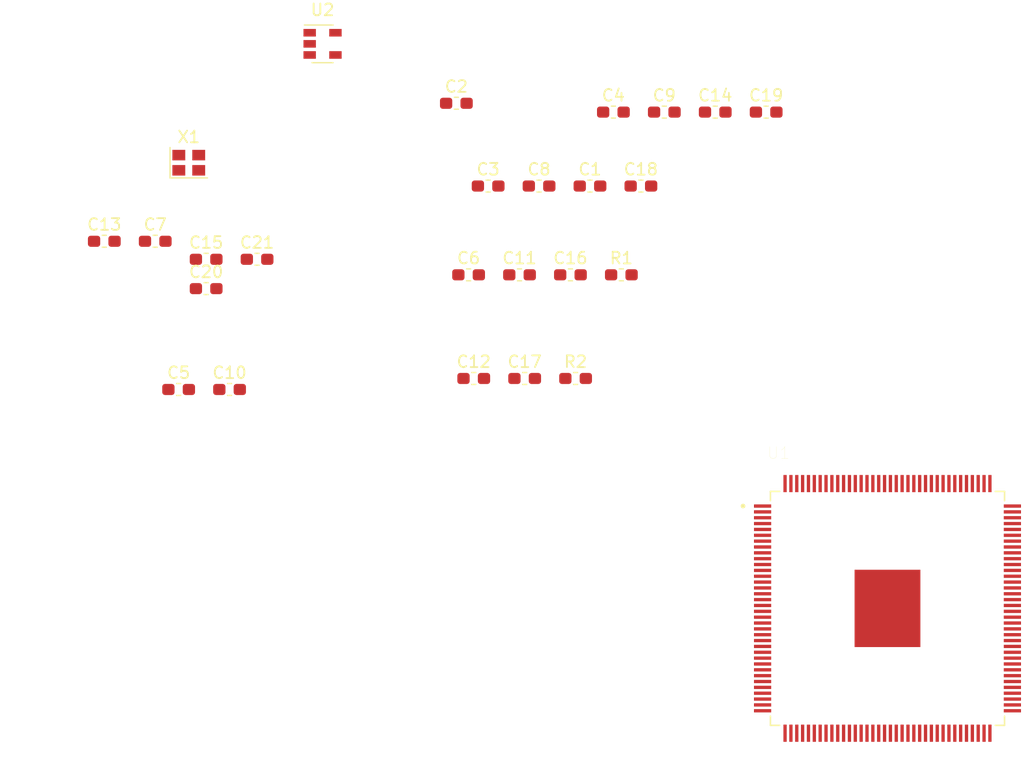
<source format=kicad_pcb>
(kicad_pcb (version 20171130) (host pcbnew 5.1.5+dfsg1-2build2)

  (general
    (thickness 1.6)
    (drawings 0)
    (tracks 0)
    (zones 0)
    (modules 26)
    (nets 26)
  )

  (page A4)
  (layers
    (0 F.Cu signal)
    (31 B.Cu signal)
    (32 B.Adhes user)
    (33 F.Adhes user)
    (34 B.Paste user)
    (35 F.Paste user)
    (36 B.SilkS user)
    (37 F.SilkS user)
    (38 B.Mask user)
    (39 F.Mask user)
    (40 Dwgs.User user)
    (41 Cmts.User user)
    (42 Eco1.User user)
    (43 Eco2.User user)
    (44 Edge.Cuts user)
    (45 Margin user)
    (46 B.CrtYd user)
    (47 F.CrtYd user)
    (48 B.Fab user)
    (49 F.Fab user)
  )

  (setup
    (last_trace_width 0.25)
    (trace_clearance 0.2)
    (zone_clearance 0.508)
    (zone_45_only no)
    (trace_min 0.2)
    (via_size 0.8)
    (via_drill 0.4)
    (via_min_size 0.4)
    (via_min_drill 0.3)
    (uvia_size 0.3)
    (uvia_drill 0.1)
    (uvias_allowed no)
    (uvia_min_size 0.2)
    (uvia_min_drill 0.1)
    (edge_width 0.05)
    (segment_width 0.2)
    (pcb_text_width 0.3)
    (pcb_text_size 1.5 1.5)
    (mod_edge_width 0.12)
    (mod_text_size 1 1)
    (mod_text_width 0.15)
    (pad_size 1.524 1.524)
    (pad_drill 0.762)
    (pad_to_mask_clearance 0.051)
    (solder_mask_min_width 0.25)
    (aux_axis_origin 0 0)
    (visible_elements FFFFFF7F)
    (pcbplotparams
      (layerselection 0x010fc_ffffffff)
      (usegerberextensions false)
      (usegerberattributes false)
      (usegerberadvancedattributes false)
      (creategerberjobfile false)
      (excludeedgelayer true)
      (linewidth 0.100000)
      (plotframeref false)
      (viasonmask false)
      (mode 1)
      (useauxorigin false)
      (hpglpennumber 1)
      (hpglpenspeed 20)
      (hpglpendiameter 15.000000)
      (psnegative false)
      (psa4output false)
      (plotreference true)
      (plotvalue true)
      (plotinvisibletext false)
      (padsonsilk false)
      (subtractmaskfromsilk false)
      (outputformat 1)
      (mirror false)
      (drillshape 1)
      (scaleselection 1)
      (outputdirectory ""))
  )

  (net 0 "")
  (net 1 "Net-(U1-Pad55)")
  (net 2 "Net-(U1-Pad53)")
  (net 3 "Net-(U1-Pad52)")
  (net 4 "Net-(U1-Pad51)")
  (net 5 "Net-(U1-Pad50)")
  (net 6 /DOUT9)
  (net 7 /DOUT7)
  (net 8 /DOUT8)
  (net 9 /DOUT6)
  (net 10 /DOUT5)
  (net 11 /DOUT4)
  (net 12 /DOUT3)
  (net 13 /DOU2)
  (net 14 /DOUT1)
  (net 15 +1V8)
  (net 16 GND)
  (net 17 "Net-(L2-Pad2)")
  (net 18 +5V)
  (net 19 "Net-(R2-Pad1)")
  (net 20 /CLK_PLL)
  (net 21 +3V3)
  (net 22 /VDD_PIX)
  (net 23 /VREF_BOTPLATE)
  (net 24 /VDD_PIX_3V3)
  (net 25 "Net-(R1-Pad1)")

  (net_class Default "This is the default net class."
    (clearance 0.2)
    (trace_width 0.25)
    (via_dia 0.8)
    (via_drill 0.4)
    (uvia_dia 0.3)
    (uvia_drill 0.1)
    (add_net +1V8)
    (add_net +3V3)
    (add_net +5V)
    (add_net /CLK_PLL)
    (add_net /DOU2)
    (add_net /DOUT1)
    (add_net /DOUT3)
    (add_net /DOUT4)
    (add_net /DOUT5)
    (add_net /DOUT6)
    (add_net /DOUT7)
    (add_net /DOUT8)
    (add_net /DOUT9)
    (add_net /VDD_PIX)
    (add_net /VDD_PIX_3V3)
    (add_net /VREF_BOTPLATE)
    (add_net GND)
    (add_net "Net-(L2-Pad2)")
    (add_net "Net-(R1-Pad1)")
    (add_net "Net-(R2-Pad1)")
    (add_net "Net-(U1-Pad50)")
    (add_net "Net-(U1-Pad51)")
    (add_net "Net-(U1-Pad52)")
    (add_net "Net-(U1-Pad53)")
    (add_net "Net-(U1-Pad55)")
  )

  (module 10M50SCE144:QFP50P2200X2200X165-145N (layer F.Cu) (tedit 60708FCB) (tstamp 6079DD87)
    (at 100.33 76.2)
    (path /607B5417)
    (fp_text reference U1 (at -9.295 -13.29) (layer F.SilkS)
      (effects (font (size 1 1) (thickness 0.015)))
    )
    (fp_text value 10M50SCE144C8G (at 2.77 13.29) (layer F.Fab)
      (effects (font (size 1 1) (thickness 0.015)))
    )
    (fp_line (start 11.655 11.655) (end 11.655 -11.655) (layer F.CrtYd) (width 0.05))
    (fp_line (start -11.655 11.655) (end -11.655 -11.655) (layer F.CrtYd) (width 0.05))
    (fp_line (start -11.655 -11.655) (end 11.655 -11.655) (layer F.CrtYd) (width 0.05))
    (fp_line (start -11.655 11.655) (end 11.655 11.655) (layer F.CrtYd) (width 0.05))
    (fp_line (start -10 -10) (end -10 -9.21) (layer F.SilkS) (width 0.127))
    (fp_line (start -10 10) (end -10 9.21) (layer F.SilkS) (width 0.127))
    (fp_line (start 10 -10) (end 10 -9.21) (layer F.SilkS) (width 0.127))
    (fp_line (start 10 10) (end 10 9.21) (layer F.SilkS) (width 0.127))
    (fp_line (start -10 -10) (end -9.21 -10) (layer F.SilkS) (width 0.127))
    (fp_line (start -10 10) (end -9.21 10) (layer F.SilkS) (width 0.127))
    (fp_line (start 10 -10) (end 9.21 -10) (layer F.SilkS) (width 0.127))
    (fp_line (start 10 10) (end 9.21 10) (layer F.SilkS) (width 0.127))
    (fp_line (start -10 10) (end -10 -10) (layer F.Fab) (width 0.127))
    (fp_line (start 10 10) (end 10 -10) (layer F.Fab) (width 0.127))
    (fp_line (start 10 -10) (end -10 -10) (layer F.Fab) (width 0.127))
    (fp_line (start 10 10) (end -10 10) (layer F.Fab) (width 0.127))
    (fp_circle (center -12.34 -8.75) (end -12.24 -8.75) (layer F.Fab) (width 0.2))
    (fp_circle (center -12.34 -8.75) (end -12.24 -8.75) (layer F.SilkS) (width 0.2))
    (fp_poly (pts (xy 0.5175 0.61) (xy 2.2975 0.61) (xy 2.2975 2.71) (xy 0.5175 2.71)) (layer F.Paste) (width 0.01))
    (fp_poly (pts (xy -2.2925 0.61) (xy -0.5125 0.61) (xy -0.5125 2.71) (xy -2.2925 2.71)) (layer F.Paste) (width 0.01))
    (fp_poly (pts (xy 0.5175 -2.7) (xy 2.2975 -2.7) (xy 2.2975 -0.6) (xy 0.5175 -0.6)) (layer F.Paste) (width 0.01))
    (fp_poly (pts (xy -2.2925 -2.7) (xy -0.5125 -2.7) (xy -0.5125 -0.6) (xy -2.2925 -0.6)) (layer F.Paste) (width 0.01))
    (pad 145 smd rect (at 0 0) (size 5.62 6.61) (layers F.Cu F.Mask))
    (pad 108 smd rect (at 10.67 -8.75) (size 1.47 0.28) (layers F.Cu F.Paste F.Mask))
    (pad 107 smd rect (at 10.67 -8.25) (size 1.47 0.28) (layers F.Cu F.Paste F.Mask))
    (pad 106 smd rect (at 10.67 -7.75) (size 1.47 0.28) (layers F.Cu F.Paste F.Mask))
    (pad 105 smd rect (at 10.67 -7.25) (size 1.47 0.28) (layers F.Cu F.Paste F.Mask))
    (pad 104 smd rect (at 10.67 -6.75) (size 1.47 0.28) (layers F.Cu F.Paste F.Mask))
    (pad 103 smd rect (at 10.67 -6.25) (size 1.47 0.28) (layers F.Cu F.Paste F.Mask))
    (pad 102 smd rect (at 10.67 -5.75) (size 1.47 0.28) (layers F.Cu F.Paste F.Mask))
    (pad 101 smd rect (at 10.67 -5.25) (size 1.47 0.28) (layers F.Cu F.Paste F.Mask))
    (pad 100 smd rect (at 10.67 -4.75) (size 1.47 0.28) (layers F.Cu F.Paste F.Mask))
    (pad 99 smd rect (at 10.67 -4.25) (size 1.47 0.28) (layers F.Cu F.Paste F.Mask))
    (pad 98 smd rect (at 10.67 -3.75) (size 1.47 0.28) (layers F.Cu F.Paste F.Mask))
    (pad 97 smd rect (at 10.67 -3.25) (size 1.47 0.28) (layers F.Cu F.Paste F.Mask))
    (pad 96 smd rect (at 10.67 -2.75) (size 1.47 0.28) (layers F.Cu F.Paste F.Mask))
    (pad 95 smd rect (at 10.67 -2.25) (size 1.47 0.28) (layers F.Cu F.Paste F.Mask))
    (pad 94 smd rect (at 10.67 -1.75) (size 1.47 0.28) (layers F.Cu F.Paste F.Mask))
    (pad 93 smd rect (at 10.67 -1.25) (size 1.47 0.28) (layers F.Cu F.Paste F.Mask))
    (pad 92 smd rect (at 10.67 -0.75) (size 1.47 0.28) (layers F.Cu F.Paste F.Mask))
    (pad 91 smd rect (at 10.67 -0.25) (size 1.47 0.28) (layers F.Cu F.Paste F.Mask))
    (pad 90 smd rect (at 10.67 0.25) (size 1.47 0.28) (layers F.Cu F.Paste F.Mask))
    (pad 89 smd rect (at 10.67 0.75) (size 1.47 0.28) (layers F.Cu F.Paste F.Mask))
    (pad 88 smd rect (at 10.67 1.25) (size 1.47 0.28) (layers F.Cu F.Paste F.Mask))
    (pad 87 smd rect (at 10.67 1.75) (size 1.47 0.28) (layers F.Cu F.Paste F.Mask))
    (pad 86 smd rect (at 10.67 2.25) (size 1.47 0.28) (layers F.Cu F.Paste F.Mask))
    (pad 85 smd rect (at 10.67 2.75) (size 1.47 0.28) (layers F.Cu F.Paste F.Mask))
    (pad 84 smd rect (at 10.67 3.25) (size 1.47 0.28) (layers F.Cu F.Paste F.Mask))
    (pad 83 smd rect (at 10.67 3.75) (size 1.47 0.28) (layers F.Cu F.Paste F.Mask))
    (pad 82 smd rect (at 10.67 4.25) (size 1.47 0.28) (layers F.Cu F.Paste F.Mask))
    (pad 81 smd rect (at 10.67 4.75) (size 1.47 0.28) (layers F.Cu F.Paste F.Mask))
    (pad 80 smd rect (at 10.67 5.25) (size 1.47 0.28) (layers F.Cu F.Paste F.Mask))
    (pad 79 smd rect (at 10.67 5.75) (size 1.47 0.28) (layers F.Cu F.Paste F.Mask))
    (pad 78 smd rect (at 10.67 6.25) (size 1.47 0.28) (layers F.Cu F.Paste F.Mask))
    (pad 77 smd rect (at 10.67 6.75) (size 1.47 0.28) (layers F.Cu F.Paste F.Mask))
    (pad 76 smd rect (at 10.67 7.25) (size 1.47 0.28) (layers F.Cu F.Paste F.Mask))
    (pad 75 smd rect (at 10.67 7.75) (size 1.47 0.28) (layers F.Cu F.Paste F.Mask))
    (pad 74 smd rect (at 10.67 8.25) (size 1.47 0.28) (layers F.Cu F.Paste F.Mask))
    (pad 73 smd rect (at 10.67 8.75) (size 1.47 0.28) (layers F.Cu F.Paste F.Mask))
    (pad 36 smd rect (at -10.67 8.75) (size 1.47 0.28) (layers F.Cu F.Paste F.Mask))
    (pad 35 smd rect (at -10.67 8.25) (size 1.47 0.28) (layers F.Cu F.Paste F.Mask))
    (pad 34 smd rect (at -10.67 7.75) (size 1.47 0.28) (layers F.Cu F.Paste F.Mask))
    (pad 33 smd rect (at -10.67 7.25) (size 1.47 0.28) (layers F.Cu F.Paste F.Mask))
    (pad 32 smd rect (at -10.67 6.75) (size 1.47 0.28) (layers F.Cu F.Paste F.Mask))
    (pad 31 smd rect (at -10.67 6.25) (size 1.47 0.28) (layers F.Cu F.Paste F.Mask))
    (pad 30 smd rect (at -10.67 5.75) (size 1.47 0.28) (layers F.Cu F.Paste F.Mask))
    (pad 29 smd rect (at -10.67 5.25) (size 1.47 0.28) (layers F.Cu F.Paste F.Mask))
    (pad 28 smd rect (at -10.67 4.75) (size 1.47 0.28) (layers F.Cu F.Paste F.Mask))
    (pad 27 smd rect (at -10.67 4.25) (size 1.47 0.28) (layers F.Cu F.Paste F.Mask))
    (pad 26 smd rect (at -10.67 3.75) (size 1.47 0.28) (layers F.Cu F.Paste F.Mask))
    (pad 25 smd rect (at -10.67 3.25) (size 1.47 0.28) (layers F.Cu F.Paste F.Mask))
    (pad 24 smd rect (at -10.67 2.75) (size 1.47 0.28) (layers F.Cu F.Paste F.Mask))
    (pad 23 smd rect (at -10.67 2.25) (size 1.47 0.28) (layers F.Cu F.Paste F.Mask))
    (pad 22 smd rect (at -10.67 1.75) (size 1.47 0.28) (layers F.Cu F.Paste F.Mask))
    (pad 21 smd rect (at -10.67 1.25) (size 1.47 0.28) (layers F.Cu F.Paste F.Mask))
    (pad 20 smd rect (at -10.67 0.75) (size 1.47 0.28) (layers F.Cu F.Paste F.Mask))
    (pad 19 smd rect (at -10.67 0.25) (size 1.47 0.28) (layers F.Cu F.Paste F.Mask))
    (pad 18 smd rect (at -10.67 -0.25) (size 1.47 0.28) (layers F.Cu F.Paste F.Mask))
    (pad 17 smd rect (at -10.67 -0.75) (size 1.47 0.28) (layers F.Cu F.Paste F.Mask))
    (pad 16 smd rect (at -10.67 -1.25) (size 1.47 0.28) (layers F.Cu F.Paste F.Mask))
    (pad 15 smd rect (at -10.67 -1.75) (size 1.47 0.28) (layers F.Cu F.Paste F.Mask))
    (pad 14 smd rect (at -10.67 -2.25) (size 1.47 0.28) (layers F.Cu F.Paste F.Mask))
    (pad 13 smd rect (at -10.67 -2.75) (size 1.47 0.28) (layers F.Cu F.Paste F.Mask))
    (pad 12 smd rect (at -10.67 -3.25) (size 1.47 0.28) (layers F.Cu F.Paste F.Mask))
    (pad 11 smd rect (at -10.67 -3.75) (size 1.47 0.28) (layers F.Cu F.Paste F.Mask))
    (pad 10 smd rect (at -10.67 -4.25) (size 1.47 0.28) (layers F.Cu F.Paste F.Mask))
    (pad 9 smd rect (at -10.67 -4.75) (size 1.47 0.28) (layers F.Cu F.Paste F.Mask))
    (pad 8 smd rect (at -10.67 -5.25) (size 1.47 0.28) (layers F.Cu F.Paste F.Mask))
    (pad 7 smd rect (at -10.67 -5.75) (size 1.47 0.28) (layers F.Cu F.Paste F.Mask))
    (pad 6 smd rect (at -10.67 -6.25) (size 1.47 0.28) (layers F.Cu F.Paste F.Mask))
    (pad 5 smd rect (at -10.67 -6.75) (size 1.47 0.28) (layers F.Cu F.Paste F.Mask))
    (pad 4 smd rect (at -10.67 -7.25) (size 1.47 0.28) (layers F.Cu F.Paste F.Mask))
    (pad 3 smd rect (at -10.67 -7.75) (size 1.47 0.28) (layers F.Cu F.Paste F.Mask))
    (pad 2 smd rect (at -10.67 -8.25) (size 1.47 0.28) (layers F.Cu F.Paste F.Mask))
    (pad 1 smd rect (at -10.67 -8.75) (size 1.47 0.28) (layers F.Cu F.Paste F.Mask))
    (pad 144 smd rect (at -8.75 -10.67) (size 0.28 1.47) (layers F.Cu F.Paste F.Mask))
    (pad 143 smd rect (at -8.25 -10.67) (size 0.28 1.47) (layers F.Cu F.Paste F.Mask))
    (pad 142 smd rect (at -7.75 -10.67) (size 0.28 1.47) (layers F.Cu F.Paste F.Mask))
    (pad 141 smd rect (at -7.25 -10.67) (size 0.28 1.47) (layers F.Cu F.Paste F.Mask))
    (pad 140 smd rect (at -6.75 -10.67) (size 0.28 1.47) (layers F.Cu F.Paste F.Mask))
    (pad 139 smd rect (at -6.25 -10.67) (size 0.28 1.47) (layers F.Cu F.Paste F.Mask))
    (pad 138 smd rect (at -5.75 -10.67) (size 0.28 1.47) (layers F.Cu F.Paste F.Mask))
    (pad 137 smd rect (at -5.25 -10.67) (size 0.28 1.47) (layers F.Cu F.Paste F.Mask))
    (pad 136 smd rect (at -4.75 -10.67) (size 0.28 1.47) (layers F.Cu F.Paste F.Mask))
    (pad 135 smd rect (at -4.25 -10.67) (size 0.28 1.47) (layers F.Cu F.Paste F.Mask))
    (pad 134 smd rect (at -3.75 -10.67) (size 0.28 1.47) (layers F.Cu F.Paste F.Mask))
    (pad 133 smd rect (at -3.25 -10.67) (size 0.28 1.47) (layers F.Cu F.Paste F.Mask))
    (pad 132 smd rect (at -2.75 -10.67) (size 0.28 1.47) (layers F.Cu F.Paste F.Mask))
    (pad 131 smd rect (at -2.25 -10.67) (size 0.28 1.47) (layers F.Cu F.Paste F.Mask))
    (pad 130 smd rect (at -1.75 -10.67) (size 0.28 1.47) (layers F.Cu F.Paste F.Mask))
    (pad 129 smd rect (at -1.25 -10.67) (size 0.28 1.47) (layers F.Cu F.Paste F.Mask))
    (pad 128 smd rect (at -0.75 -10.67) (size 0.28 1.47) (layers F.Cu F.Paste F.Mask))
    (pad 127 smd rect (at -0.25 -10.67) (size 0.28 1.47) (layers F.Cu F.Paste F.Mask))
    (pad 126 smd rect (at 0.25 -10.67) (size 0.28 1.47) (layers F.Cu F.Paste F.Mask))
    (pad 125 smd rect (at 0.75 -10.67) (size 0.28 1.47) (layers F.Cu F.Paste F.Mask))
    (pad 124 smd rect (at 1.25 -10.67) (size 0.28 1.47) (layers F.Cu F.Paste F.Mask))
    (pad 123 smd rect (at 1.75 -10.67) (size 0.28 1.47) (layers F.Cu F.Paste F.Mask))
    (pad 122 smd rect (at 2.25 -10.67) (size 0.28 1.47) (layers F.Cu F.Paste F.Mask))
    (pad 121 smd rect (at 2.75 -10.67) (size 0.28 1.47) (layers F.Cu F.Paste F.Mask))
    (pad 120 smd rect (at 3.25 -10.67) (size 0.28 1.47) (layers F.Cu F.Paste F.Mask))
    (pad 119 smd rect (at 3.75 -10.67) (size 0.28 1.47) (layers F.Cu F.Paste F.Mask))
    (pad 118 smd rect (at 4.25 -10.67) (size 0.28 1.47) (layers F.Cu F.Paste F.Mask))
    (pad 117 smd rect (at 4.75 -10.67) (size 0.28 1.47) (layers F.Cu F.Paste F.Mask))
    (pad 116 smd rect (at 5.25 -10.67) (size 0.28 1.47) (layers F.Cu F.Paste F.Mask))
    (pad 115 smd rect (at 5.75 -10.67) (size 0.28 1.47) (layers F.Cu F.Paste F.Mask))
    (pad 114 smd rect (at 6.25 -10.67) (size 0.28 1.47) (layers F.Cu F.Paste F.Mask))
    (pad 113 smd rect (at 6.75 -10.67) (size 0.28 1.47) (layers F.Cu F.Paste F.Mask))
    (pad 112 smd rect (at 7.25 -10.67) (size 0.28 1.47) (layers F.Cu F.Paste F.Mask))
    (pad 111 smd rect (at 7.75 -10.67) (size 0.28 1.47) (layers F.Cu F.Paste F.Mask))
    (pad 110 smd rect (at 8.25 -10.67) (size 0.28 1.47) (layers F.Cu F.Paste F.Mask))
    (pad 109 smd rect (at 8.75 -10.67) (size 0.28 1.47) (layers F.Cu F.Paste F.Mask))
    (pad 72 smd rect (at 8.75 10.67) (size 0.28 1.47) (layers F.Cu F.Paste F.Mask))
    (pad 71 smd rect (at 8.25 10.67) (size 0.28 1.47) (layers F.Cu F.Paste F.Mask))
    (pad 70 smd rect (at 7.75 10.67) (size 0.28 1.47) (layers F.Cu F.Paste F.Mask))
    (pad 69 smd rect (at 7.25 10.67) (size 0.28 1.47) (layers F.Cu F.Paste F.Mask))
    (pad 68 smd rect (at 6.75 10.67) (size 0.28 1.47) (layers F.Cu F.Paste F.Mask))
    (pad 67 smd rect (at 6.25 10.67) (size 0.28 1.47) (layers F.Cu F.Paste F.Mask))
    (pad 66 smd rect (at 5.75 10.67) (size 0.28 1.47) (layers F.Cu F.Paste F.Mask))
    (pad 65 smd rect (at 5.25 10.67) (size 0.28 1.47) (layers F.Cu F.Paste F.Mask))
    (pad 64 smd rect (at 4.75 10.67) (size 0.28 1.47) (layers F.Cu F.Paste F.Mask))
    (pad 63 smd rect (at 4.25 10.67) (size 0.28 1.47) (layers F.Cu F.Paste F.Mask))
    (pad 62 smd rect (at 3.75 10.67) (size 0.28 1.47) (layers F.Cu F.Paste F.Mask))
    (pad 61 smd rect (at 3.25 10.67) (size 0.28 1.47) (layers F.Cu F.Paste F.Mask))
    (pad 60 smd rect (at 2.75 10.67) (size 0.28 1.47) (layers F.Cu F.Paste F.Mask))
    (pad 59 smd rect (at 2.25 10.67) (size 0.28 1.47) (layers F.Cu F.Paste F.Mask))
    (pad 58 smd rect (at 1.75 10.67) (size 0.28 1.47) (layers F.Cu F.Paste F.Mask))
    (pad 57 smd rect (at 1.25 10.67) (size 0.28 1.47) (layers F.Cu F.Paste F.Mask))
    (pad 56 smd rect (at 0.75 10.67) (size 0.28 1.47) (layers F.Cu F.Paste F.Mask))
    (pad 55 smd rect (at 0.25 10.67) (size 0.28 1.47) (layers F.Cu F.Paste F.Mask)
      (net 1 "Net-(U1-Pad55)"))
    (pad 54 smd rect (at -0.25 10.67) (size 0.28 1.47) (layers F.Cu F.Paste F.Mask))
    (pad 53 smd rect (at -0.75 10.67) (size 0.28 1.47) (layers F.Cu F.Paste F.Mask)
      (net 2 "Net-(U1-Pad53)"))
    (pad 52 smd rect (at -1.25 10.67) (size 0.28 1.47) (layers F.Cu F.Paste F.Mask)
      (net 3 "Net-(U1-Pad52)"))
    (pad 51 smd rect (at -1.75 10.67) (size 0.28 1.47) (layers F.Cu F.Paste F.Mask)
      (net 4 "Net-(U1-Pad51)"))
    (pad 50 smd rect (at -2.25 10.67) (size 0.28 1.47) (layers F.Cu F.Paste F.Mask)
      (net 5 "Net-(U1-Pad50)"))
    (pad 49 smd rect (at -2.75 10.67) (size 0.28 1.47) (layers F.Cu F.Paste F.Mask)
      (net 6 /DOUT9))
    (pad 48 smd rect (at -3.25 10.67) (size 0.28 1.47) (layers F.Cu F.Paste F.Mask))
    (pad 47 smd rect (at -3.75 10.67) (size 0.28 1.47) (layers F.Cu F.Paste F.Mask))
    (pad 46 smd rect (at -4.25 10.67) (size 0.28 1.47) (layers F.Cu F.Paste F.Mask)
      (net 7 /DOUT7))
    (pad 45 smd rect (at -4.75 10.67) (size 0.28 1.47) (layers F.Cu F.Paste F.Mask))
    (pad 44 smd rect (at -5.25 10.67) (size 0.28 1.47) (layers F.Cu F.Paste F.Mask)
      (net 8 /DOUT8))
    (pad 43 smd rect (at -5.75 10.67) (size 0.28 1.47) (layers F.Cu F.Paste F.Mask)
      (net 9 /DOUT6))
    (pad 42 smd rect (at -6.25 10.67) (size 0.28 1.47) (layers F.Cu F.Paste F.Mask)
      (net 10 /DOUT5))
    (pad 41 smd rect (at -6.75 10.67) (size 0.28 1.47) (layers F.Cu F.Paste F.Mask)
      (net 11 /DOUT4))
    (pad 40 smd rect (at -7.25 10.67) (size 0.28 1.47) (layers F.Cu F.Paste F.Mask)
      (net 12 /DOUT3))
    (pad 39 smd rect (at -7.75 10.67) (size 0.28 1.47) (layers F.Cu F.Paste F.Mask)
      (net 13 /DOU2))
    (pad 38 smd rect (at -8.25 10.67) (size 0.28 1.47) (layers F.Cu F.Paste F.Mask)
      (net 14 /DOUT1))
    (pad 37 smd rect (at -8.75 10.67) (size 0.28 1.47) (layers F.Cu F.Paste F.Mask))
  )

  (module Capacitor_SMD:C_0603_1608Metric_Pad1.05x0.95mm_HandSolder (layer F.Cu) (tedit 5B301BBE) (tstamp 607A3AC1)
    (at 74.915001 40.095001)
    (descr "Capacitor SMD 0603 (1608 Metric), square (rectangular) end terminal, IPC_7351 nominal with elongated pad for handsoldering. (Body size source: http://www.tortai-tech.com/upload/download/2011102023233369053.pdf), generated with kicad-footprint-generator")
    (tags "capacitor handsolder")
    (path /604EB512)
    (attr smd)
    (fp_text reference C1 (at 0 -1.43) (layer F.SilkS)
      (effects (font (size 1 1) (thickness 0.15)))
    )
    (fp_text value GRM033R61A104ME15D (at 0 1.43) (layer F.Fab)
      (effects (font (size 1 1) (thickness 0.15)))
    )
    (fp_text user %R (at 0 0) (layer F.Fab)
      (effects (font (size 0.4 0.4) (thickness 0.06)))
    )
    (fp_line (start 1.65 0.73) (end -1.65 0.73) (layer F.CrtYd) (width 0.05))
    (fp_line (start 1.65 -0.73) (end 1.65 0.73) (layer F.CrtYd) (width 0.05))
    (fp_line (start -1.65 -0.73) (end 1.65 -0.73) (layer F.CrtYd) (width 0.05))
    (fp_line (start -1.65 0.73) (end -1.65 -0.73) (layer F.CrtYd) (width 0.05))
    (fp_line (start -0.171267 0.51) (end 0.171267 0.51) (layer F.SilkS) (width 0.12))
    (fp_line (start -0.171267 -0.51) (end 0.171267 -0.51) (layer F.SilkS) (width 0.12))
    (fp_line (start 0.8 0.4) (end -0.8 0.4) (layer F.Fab) (width 0.1))
    (fp_line (start 0.8 -0.4) (end 0.8 0.4) (layer F.Fab) (width 0.1))
    (fp_line (start -0.8 -0.4) (end 0.8 -0.4) (layer F.Fab) (width 0.1))
    (fp_line (start -0.8 0.4) (end -0.8 -0.4) (layer F.Fab) (width 0.1))
    (pad 2 smd roundrect (at 0.875 0) (size 1.05 0.95) (layers F.Cu F.Paste F.Mask) (roundrect_rratio 0.25)
      (net 16 GND))
    (pad 1 smd roundrect (at -0.875 0) (size 1.05 0.95) (layers F.Cu F.Paste F.Mask) (roundrect_rratio 0.25)
      (net 21 +3V3))
    (model ${KISYS3DMOD}/Capacitor_SMD.3dshapes/C_0603_1608Metric.wrl
      (at (xyz 0 0 0))
      (scale (xyz 1 1 1))
      (rotate (xyz 0 0 0))
    )
  )

  (module Capacitor_SMD:C_0603_1608Metric_Pad1.05x0.95mm_HandSolder (layer F.Cu) (tedit 5B301BBE) (tstamp 607A3AD2)
    (at 63.5 33.02)
    (descr "Capacitor SMD 0603 (1608 Metric), square (rectangular) end terminal, IPC_7351 nominal with elongated pad for handsoldering. (Body size source: http://www.tortai-tech.com/upload/download/2011102023233369053.pdf), generated with kicad-footprint-generator")
    (tags "capacitor handsolder")
    (path /604EBB1C)
    (attr smd)
    (fp_text reference C2 (at 0 -1.43) (layer F.SilkS)
      (effects (font (size 1 1) (thickness 0.15)))
    )
    (fp_text value GRM033R61A104ME15D (at 0 1.43) (layer F.Fab)
      (effects (font (size 1 1) (thickness 0.15)))
    )
    (fp_line (start -0.8 0.4) (end -0.8 -0.4) (layer F.Fab) (width 0.1))
    (fp_line (start -0.8 -0.4) (end 0.8 -0.4) (layer F.Fab) (width 0.1))
    (fp_line (start 0.8 -0.4) (end 0.8 0.4) (layer F.Fab) (width 0.1))
    (fp_line (start 0.8 0.4) (end -0.8 0.4) (layer F.Fab) (width 0.1))
    (fp_line (start -0.171267 -0.51) (end 0.171267 -0.51) (layer F.SilkS) (width 0.12))
    (fp_line (start -0.171267 0.51) (end 0.171267 0.51) (layer F.SilkS) (width 0.12))
    (fp_line (start -1.65 0.73) (end -1.65 -0.73) (layer F.CrtYd) (width 0.05))
    (fp_line (start -1.65 -0.73) (end 1.65 -0.73) (layer F.CrtYd) (width 0.05))
    (fp_line (start 1.65 -0.73) (end 1.65 0.73) (layer F.CrtYd) (width 0.05))
    (fp_line (start 1.65 0.73) (end -1.65 0.73) (layer F.CrtYd) (width 0.05))
    (fp_text user %R (at 0 0) (layer F.Fab)
      (effects (font (size 0.4 0.4) (thickness 0.06)))
    )
    (pad 1 smd roundrect (at -0.875 0) (size 1.05 0.95) (layers F.Cu F.Paste F.Mask) (roundrect_rratio 0.25)
      (net 21 +3V3))
    (pad 2 smd roundrect (at 0.875 0) (size 1.05 0.95) (layers F.Cu F.Paste F.Mask) (roundrect_rratio 0.25)
      (net 16 GND))
    (model ${KISYS3DMOD}/Capacitor_SMD.3dshapes/C_0603_1608Metric.wrl
      (at (xyz 0 0 0))
      (scale (xyz 1 1 1))
      (rotate (xyz 0 0 0))
    )
  )

  (module Capacitor_SMD:C_0603_1608Metric_Pad1.05x0.95mm_HandSolder (layer F.Cu) (tedit 5B301BBE) (tstamp 607A3AE3)
    (at 66.215001 40.095001)
    (descr "Capacitor SMD 0603 (1608 Metric), square (rectangular) end terminal, IPC_7351 nominal with elongated pad for handsoldering. (Body size source: http://www.tortai-tech.com/upload/download/2011102023233369053.pdf), generated with kicad-footprint-generator")
    (tags "capacitor handsolder")
    (path /604EC155)
    (attr smd)
    (fp_text reference C3 (at 0 -1.43) (layer F.SilkS)
      (effects (font (size 1 1) (thickness 0.15)))
    )
    (fp_text value GRM033R61A104ME15D (at 0 1.43) (layer F.Fab)
      (effects (font (size 1 1) (thickness 0.15)))
    )
    (fp_text user %R (at 0 0) (layer F.Fab)
      (effects (font (size 0.4 0.4) (thickness 0.06)))
    )
    (fp_line (start 1.65 0.73) (end -1.65 0.73) (layer F.CrtYd) (width 0.05))
    (fp_line (start 1.65 -0.73) (end 1.65 0.73) (layer F.CrtYd) (width 0.05))
    (fp_line (start -1.65 -0.73) (end 1.65 -0.73) (layer F.CrtYd) (width 0.05))
    (fp_line (start -1.65 0.73) (end -1.65 -0.73) (layer F.CrtYd) (width 0.05))
    (fp_line (start -0.171267 0.51) (end 0.171267 0.51) (layer F.SilkS) (width 0.12))
    (fp_line (start -0.171267 -0.51) (end 0.171267 -0.51) (layer F.SilkS) (width 0.12))
    (fp_line (start 0.8 0.4) (end -0.8 0.4) (layer F.Fab) (width 0.1))
    (fp_line (start 0.8 -0.4) (end 0.8 0.4) (layer F.Fab) (width 0.1))
    (fp_line (start -0.8 -0.4) (end 0.8 -0.4) (layer F.Fab) (width 0.1))
    (fp_line (start -0.8 0.4) (end -0.8 -0.4) (layer F.Fab) (width 0.1))
    (pad 2 smd roundrect (at 0.875 0) (size 1.05 0.95) (layers F.Cu F.Paste F.Mask) (roundrect_rratio 0.25)
      (net 16 GND))
    (pad 1 smd roundrect (at -0.875 0) (size 1.05 0.95) (layers F.Cu F.Paste F.Mask) (roundrect_rratio 0.25)
      (net 21 +3V3))
    (model ${KISYS3DMOD}/Capacitor_SMD.3dshapes/C_0603_1608Metric.wrl
      (at (xyz 0 0 0))
      (scale (xyz 1 1 1))
      (rotate (xyz 0 0 0))
    )
  )

  (module Capacitor_SMD:C_0603_1608Metric_Pad1.05x0.95mm_HandSolder (layer F.Cu) (tedit 5B301BBE) (tstamp 607A3AF4)
    (at 76.915001 33.775001)
    (descr "Capacitor SMD 0603 (1608 Metric), square (rectangular) end terminal, IPC_7351 nominal with elongated pad for handsoldering. (Body size source: http://www.tortai-tech.com/upload/download/2011102023233369053.pdf), generated with kicad-footprint-generator")
    (tags "capacitor handsolder")
    (path /604EA7B5)
    (attr smd)
    (fp_text reference C4 (at 0 -1.43) (layer F.SilkS)
      (effects (font (size 1 1) (thickness 0.15)))
    )
    (fp_text value GRM033R61A104ME15D (at 0 1.43) (layer F.Fab)
      (effects (font (size 1 1) (thickness 0.15)))
    )
    (fp_line (start -0.8 0.4) (end -0.8 -0.4) (layer F.Fab) (width 0.1))
    (fp_line (start -0.8 -0.4) (end 0.8 -0.4) (layer F.Fab) (width 0.1))
    (fp_line (start 0.8 -0.4) (end 0.8 0.4) (layer F.Fab) (width 0.1))
    (fp_line (start 0.8 0.4) (end -0.8 0.4) (layer F.Fab) (width 0.1))
    (fp_line (start -0.171267 -0.51) (end 0.171267 -0.51) (layer F.SilkS) (width 0.12))
    (fp_line (start -0.171267 0.51) (end 0.171267 0.51) (layer F.SilkS) (width 0.12))
    (fp_line (start -1.65 0.73) (end -1.65 -0.73) (layer F.CrtYd) (width 0.05))
    (fp_line (start -1.65 -0.73) (end 1.65 -0.73) (layer F.CrtYd) (width 0.05))
    (fp_line (start 1.65 -0.73) (end 1.65 0.73) (layer F.CrtYd) (width 0.05))
    (fp_line (start 1.65 0.73) (end -1.65 0.73) (layer F.CrtYd) (width 0.05))
    (fp_text user %R (at 0 0) (layer F.Fab)
      (effects (font (size 0.4 0.4) (thickness 0.06)))
    )
    (pad 1 smd roundrect (at -0.875 0) (size 1.05 0.95) (layers F.Cu F.Paste F.Mask) (roundrect_rratio 0.25)
      (net 22 /VDD_PIX))
    (pad 2 smd roundrect (at 0.875 0) (size 1.05 0.95) (layers F.Cu F.Paste F.Mask) (roundrect_rratio 0.25)
      (net 16 GND))
    (model ${KISYS3DMOD}/Capacitor_SMD.3dshapes/C_0603_1608Metric.wrl
      (at (xyz 0 0 0))
      (scale (xyz 1 1 1))
      (rotate (xyz 0 0 0))
    )
  )

  (module Capacitor_SMD:C_0603_1608Metric_Pad1.05x0.95mm_HandSolder (layer F.Cu) (tedit 5B301BBE) (tstamp 607A3B05)
    (at 39.775001 57.485001)
    (descr "Capacitor SMD 0603 (1608 Metric), square (rectangular) end terminal, IPC_7351 nominal with elongated pad for handsoldering. (Body size source: http://www.tortai-tech.com/upload/download/2011102023233369053.pdf), generated with kicad-footprint-generator")
    (tags "capacitor handsolder")
    (path /60503B0B)
    (attr smd)
    (fp_text reference C5 (at 0 -1.43) (layer F.SilkS)
      (effects (font (size 1 1) (thickness 0.15)))
    )
    (fp_text value GRM033R61A104ME15D (at 0 1.43) (layer F.Fab)
      (effects (font (size 1 1) (thickness 0.15)))
    )
    (fp_line (start -0.8 0.4) (end -0.8 -0.4) (layer F.Fab) (width 0.1))
    (fp_line (start -0.8 -0.4) (end 0.8 -0.4) (layer F.Fab) (width 0.1))
    (fp_line (start 0.8 -0.4) (end 0.8 0.4) (layer F.Fab) (width 0.1))
    (fp_line (start 0.8 0.4) (end -0.8 0.4) (layer F.Fab) (width 0.1))
    (fp_line (start -0.171267 -0.51) (end 0.171267 -0.51) (layer F.SilkS) (width 0.12))
    (fp_line (start -0.171267 0.51) (end 0.171267 0.51) (layer F.SilkS) (width 0.12))
    (fp_line (start -1.65 0.73) (end -1.65 -0.73) (layer F.CrtYd) (width 0.05))
    (fp_line (start -1.65 -0.73) (end 1.65 -0.73) (layer F.CrtYd) (width 0.05))
    (fp_line (start 1.65 -0.73) (end 1.65 0.73) (layer F.CrtYd) (width 0.05))
    (fp_line (start 1.65 0.73) (end -1.65 0.73) (layer F.CrtYd) (width 0.05))
    (fp_text user %R (at 0 0) (layer F.Fab)
      (effects (font (size 0.4 0.4) (thickness 0.06)))
    )
    (pad 1 smd roundrect (at -0.875 0) (size 1.05 0.95) (layers F.Cu F.Paste F.Mask) (roundrect_rratio 0.25)
      (net 15 +1V8))
    (pad 2 smd roundrect (at 0.875 0) (size 1.05 0.95) (layers F.Cu F.Paste F.Mask) (roundrect_rratio 0.25)
      (net 16 GND))
    (model ${KISYS3DMOD}/Capacitor_SMD.3dshapes/C_0603_1608Metric.wrl
      (at (xyz 0 0 0))
      (scale (xyz 1 1 1))
      (rotate (xyz 0 0 0))
    )
  )

  (module Capacitor_SMD:C_0603_1608Metric_Pad1.05x0.95mm_HandSolder (layer F.Cu) (tedit 5B301BBE) (tstamp 607A3B16)
    (at 64.545001 47.685001)
    (descr "Capacitor SMD 0603 (1608 Metric), square (rectangular) end terminal, IPC_7351 nominal with elongated pad for handsoldering. (Body size source: http://www.tortai-tech.com/upload/download/2011102023233369053.pdf), generated with kicad-footprint-generator")
    (tags "capacitor handsolder")
    (path /604EC74B)
    (attr smd)
    (fp_text reference C6 (at 0 -1.43) (layer F.SilkS)
      (effects (font (size 1 1) (thickness 0.15)))
    )
    (fp_text value GRM033R61A104ME15D (at 0 1.43) (layer F.Fab)
      (effects (font (size 1 1) (thickness 0.15)))
    )
    (fp_line (start -0.8 0.4) (end -0.8 -0.4) (layer F.Fab) (width 0.1))
    (fp_line (start -0.8 -0.4) (end 0.8 -0.4) (layer F.Fab) (width 0.1))
    (fp_line (start 0.8 -0.4) (end 0.8 0.4) (layer F.Fab) (width 0.1))
    (fp_line (start 0.8 0.4) (end -0.8 0.4) (layer F.Fab) (width 0.1))
    (fp_line (start -0.171267 -0.51) (end 0.171267 -0.51) (layer F.SilkS) (width 0.12))
    (fp_line (start -0.171267 0.51) (end 0.171267 0.51) (layer F.SilkS) (width 0.12))
    (fp_line (start -1.65 0.73) (end -1.65 -0.73) (layer F.CrtYd) (width 0.05))
    (fp_line (start -1.65 -0.73) (end 1.65 -0.73) (layer F.CrtYd) (width 0.05))
    (fp_line (start 1.65 -0.73) (end 1.65 0.73) (layer F.CrtYd) (width 0.05))
    (fp_line (start 1.65 0.73) (end -1.65 0.73) (layer F.CrtYd) (width 0.05))
    (fp_text user %R (at 0 0) (layer F.Fab)
      (effects (font (size 0.4 0.4) (thickness 0.06)))
    )
    (pad 1 smd roundrect (at -0.875 0) (size 1.05 0.95) (layers F.Cu F.Paste F.Mask) (roundrect_rratio 0.25)
      (net 21 +3V3))
    (pad 2 smd roundrect (at 0.875 0) (size 1.05 0.95) (layers F.Cu F.Paste F.Mask) (roundrect_rratio 0.25)
      (net 16 GND))
    (model ${KISYS3DMOD}/Capacitor_SMD.3dshapes/C_0603_1608Metric.wrl
      (at (xyz 0 0 0))
      (scale (xyz 1 1 1))
      (rotate (xyz 0 0 0))
    )
  )

  (module Capacitor_SMD:C_0603_1608Metric_Pad1.05x0.95mm_HandSolder (layer F.Cu) (tedit 5B301BBE) (tstamp 607A3B27)
    (at 37.775001 44.815001)
    (descr "Capacitor SMD 0603 (1608 Metric), square (rectangular) end terminal, IPC_7351 nominal with elongated pad for handsoldering. (Body size source: http://www.tortai-tech.com/upload/download/2011102023233369053.pdf), generated with kicad-footprint-generator")
    (tags "capacitor handsolder")
    (path /604F44F5)
    (attr smd)
    (fp_text reference C7 (at 0 -1.43) (layer F.SilkS)
      (effects (font (size 1 1) (thickness 0.15)))
    )
    (fp_text value GRM033R61A104ME15D (at 0 1.43) (layer F.Fab)
      (effects (font (size 1 1) (thickness 0.15)))
    )
    (fp_text user %R (at 0 0) (layer F.Fab)
      (effects (font (size 0.4 0.4) (thickness 0.06)))
    )
    (fp_line (start 1.65 0.73) (end -1.65 0.73) (layer F.CrtYd) (width 0.05))
    (fp_line (start 1.65 -0.73) (end 1.65 0.73) (layer F.CrtYd) (width 0.05))
    (fp_line (start -1.65 -0.73) (end 1.65 -0.73) (layer F.CrtYd) (width 0.05))
    (fp_line (start -1.65 0.73) (end -1.65 -0.73) (layer F.CrtYd) (width 0.05))
    (fp_line (start -0.171267 0.51) (end 0.171267 0.51) (layer F.SilkS) (width 0.12))
    (fp_line (start -0.171267 -0.51) (end 0.171267 -0.51) (layer F.SilkS) (width 0.12))
    (fp_line (start 0.8 0.4) (end -0.8 0.4) (layer F.Fab) (width 0.1))
    (fp_line (start 0.8 -0.4) (end 0.8 0.4) (layer F.Fab) (width 0.1))
    (fp_line (start -0.8 -0.4) (end 0.8 -0.4) (layer F.Fab) (width 0.1))
    (fp_line (start -0.8 0.4) (end -0.8 -0.4) (layer F.Fab) (width 0.1))
    (pad 2 smd roundrect (at 0.875 0) (size 1.05 0.95) (layers F.Cu F.Paste F.Mask) (roundrect_rratio 0.25)
      (net 16 GND))
    (pad 1 smd roundrect (at -0.875 0) (size 1.05 0.95) (layers F.Cu F.Paste F.Mask) (roundrect_rratio 0.25)
      (net 22 /VDD_PIX))
    (model ${KISYS3DMOD}/Capacitor_SMD.3dshapes/C_0603_1608Metric.wrl
      (at (xyz 0 0 0))
      (scale (xyz 1 1 1))
      (rotate (xyz 0 0 0))
    )
  )

  (module Capacitor_SMD:C_0603_1608Metric_Pad1.05x0.95mm_HandSolder (layer F.Cu) (tedit 5B301BBE) (tstamp 607A3B38)
    (at 70.565001 40.095001)
    (descr "Capacitor SMD 0603 (1608 Metric), square (rectangular) end terminal, IPC_7351 nominal with elongated pad for handsoldering. (Body size source: http://www.tortai-tech.com/upload/download/2011102023233369053.pdf), generated with kicad-footprint-generator")
    (tags "capacitor handsolder")
    (path /60503308)
    (attr smd)
    (fp_text reference C8 (at 0 -1.43) (layer F.SilkS)
      (effects (font (size 1 1) (thickness 0.15)))
    )
    (fp_text value GRM033R61A104ME15D (at 0 1.43) (layer F.Fab)
      (effects (font (size 1 1) (thickness 0.15)))
    )
    (fp_text user %R (at 0 0) (layer F.Fab)
      (effects (font (size 0.4 0.4) (thickness 0.06)))
    )
    (fp_line (start 1.65 0.73) (end -1.65 0.73) (layer F.CrtYd) (width 0.05))
    (fp_line (start 1.65 -0.73) (end 1.65 0.73) (layer F.CrtYd) (width 0.05))
    (fp_line (start -1.65 -0.73) (end 1.65 -0.73) (layer F.CrtYd) (width 0.05))
    (fp_line (start -1.65 0.73) (end -1.65 -0.73) (layer F.CrtYd) (width 0.05))
    (fp_line (start -0.171267 0.51) (end 0.171267 0.51) (layer F.SilkS) (width 0.12))
    (fp_line (start -0.171267 -0.51) (end 0.171267 -0.51) (layer F.SilkS) (width 0.12))
    (fp_line (start 0.8 0.4) (end -0.8 0.4) (layer F.Fab) (width 0.1))
    (fp_line (start 0.8 -0.4) (end 0.8 0.4) (layer F.Fab) (width 0.1))
    (fp_line (start -0.8 -0.4) (end 0.8 -0.4) (layer F.Fab) (width 0.1))
    (fp_line (start -0.8 0.4) (end -0.8 -0.4) (layer F.Fab) (width 0.1))
    (pad 2 smd roundrect (at 0.875 0) (size 1.05 0.95) (layers F.Cu F.Paste F.Mask) (roundrect_rratio 0.25)
      (net 16 GND))
    (pad 1 smd roundrect (at -0.875 0) (size 1.05 0.95) (layers F.Cu F.Paste F.Mask) (roundrect_rratio 0.25)
      (net 15 +1V8))
    (model ${KISYS3DMOD}/Capacitor_SMD.3dshapes/C_0603_1608Metric.wrl
      (at (xyz 0 0 0))
      (scale (xyz 1 1 1))
      (rotate (xyz 0 0 0))
    )
  )

  (module Capacitor_SMD:C_0603_1608Metric_Pad1.05x0.95mm_HandSolder (layer F.Cu) (tedit 5B301BBE) (tstamp 607A3B49)
    (at 81.265001 33.775001)
    (descr "Capacitor SMD 0603 (1608 Metric), square (rectangular) end terminal, IPC_7351 nominal with elongated pad for handsoldering. (Body size source: http://www.tortai-tech.com/upload/download/2011102023233369053.pdf), generated with kicad-footprint-generator")
    (tags "capacitor handsolder")
    (path /604ECC60)
    (attr smd)
    (fp_text reference C9 (at 0 -1.43) (layer F.SilkS)
      (effects (font (size 1 1) (thickness 0.15)))
    )
    (fp_text value GRM033R61A104ME15D (at 0 1.43) (layer F.Fab)
      (effects (font (size 1 1) (thickness 0.15)))
    )
    (fp_text user %R (at 0 0) (layer F.Fab)
      (effects (font (size 0.4 0.4) (thickness 0.06)))
    )
    (fp_line (start 1.65 0.73) (end -1.65 0.73) (layer F.CrtYd) (width 0.05))
    (fp_line (start 1.65 -0.73) (end 1.65 0.73) (layer F.CrtYd) (width 0.05))
    (fp_line (start -1.65 -0.73) (end 1.65 -0.73) (layer F.CrtYd) (width 0.05))
    (fp_line (start -1.65 0.73) (end -1.65 -0.73) (layer F.CrtYd) (width 0.05))
    (fp_line (start -0.171267 0.51) (end 0.171267 0.51) (layer F.SilkS) (width 0.12))
    (fp_line (start -0.171267 -0.51) (end 0.171267 -0.51) (layer F.SilkS) (width 0.12))
    (fp_line (start 0.8 0.4) (end -0.8 0.4) (layer F.Fab) (width 0.1))
    (fp_line (start 0.8 -0.4) (end 0.8 0.4) (layer F.Fab) (width 0.1))
    (fp_line (start -0.8 -0.4) (end 0.8 -0.4) (layer F.Fab) (width 0.1))
    (fp_line (start -0.8 0.4) (end -0.8 -0.4) (layer F.Fab) (width 0.1))
    (pad 2 smd roundrect (at 0.875 0) (size 1.05 0.95) (layers F.Cu F.Paste F.Mask) (roundrect_rratio 0.25)
      (net 16 GND))
    (pad 1 smd roundrect (at -0.875 0) (size 1.05 0.95) (layers F.Cu F.Paste F.Mask) (roundrect_rratio 0.25)
      (net 21 +3V3))
    (model ${KISYS3DMOD}/Capacitor_SMD.3dshapes/C_0603_1608Metric.wrl
      (at (xyz 0 0 0))
      (scale (xyz 1 1 1))
      (rotate (xyz 0 0 0))
    )
  )

  (module Capacitor_SMD:C_0603_1608Metric_Pad1.05x0.95mm_HandSolder (layer F.Cu) (tedit 5B301BBE) (tstamp 607A3B5A)
    (at 44.125001 57.485001)
    (descr "Capacitor SMD 0603 (1608 Metric), square (rectangular) end terminal, IPC_7351 nominal with elongated pad for handsoldering. (Body size source: http://www.tortai-tech.com/upload/download/2011102023233369053.pdf), generated with kicad-footprint-generator")
    (tags "capacitor handsolder")
    (path /604F4CAD)
    (attr smd)
    (fp_text reference C10 (at 0 -1.43) (layer F.SilkS)
      (effects (font (size 1 1) (thickness 0.15)))
    )
    (fp_text value GRM033R61A104ME15D (at 0 1.43) (layer F.Fab)
      (effects (font (size 1 1) (thickness 0.15)))
    )
    (fp_line (start -0.8 0.4) (end -0.8 -0.4) (layer F.Fab) (width 0.1))
    (fp_line (start -0.8 -0.4) (end 0.8 -0.4) (layer F.Fab) (width 0.1))
    (fp_line (start 0.8 -0.4) (end 0.8 0.4) (layer F.Fab) (width 0.1))
    (fp_line (start 0.8 0.4) (end -0.8 0.4) (layer F.Fab) (width 0.1))
    (fp_line (start -0.171267 -0.51) (end 0.171267 -0.51) (layer F.SilkS) (width 0.12))
    (fp_line (start -0.171267 0.51) (end 0.171267 0.51) (layer F.SilkS) (width 0.12))
    (fp_line (start -1.65 0.73) (end -1.65 -0.73) (layer F.CrtYd) (width 0.05))
    (fp_line (start -1.65 -0.73) (end 1.65 -0.73) (layer F.CrtYd) (width 0.05))
    (fp_line (start 1.65 -0.73) (end 1.65 0.73) (layer F.CrtYd) (width 0.05))
    (fp_line (start 1.65 0.73) (end -1.65 0.73) (layer F.CrtYd) (width 0.05))
    (fp_text user %R (at 0 0) (layer F.Fab)
      (effects (font (size 0.4 0.4) (thickness 0.06)))
    )
    (pad 1 smd roundrect (at -0.875 0) (size 1.05 0.95) (layers F.Cu F.Paste F.Mask) (roundrect_rratio 0.25)
      (net 22 /VDD_PIX))
    (pad 2 smd roundrect (at 0.875 0) (size 1.05 0.95) (layers F.Cu F.Paste F.Mask) (roundrect_rratio 0.25)
      (net 16 GND))
    (model ${KISYS3DMOD}/Capacitor_SMD.3dshapes/C_0603_1608Metric.wrl
      (at (xyz 0 0 0))
      (scale (xyz 1 1 1))
      (rotate (xyz 0 0 0))
    )
  )

  (module Capacitor_SMD:C_0603_1608Metric_Pad1.05x0.95mm_HandSolder (layer F.Cu) (tedit 5B301BBE) (tstamp 607A3B6B)
    (at 68.895001 47.685001)
    (descr "Capacitor SMD 0603 (1608 Metric), square (rectangular) end terminal, IPC_7351 nominal with elongated pad for handsoldering. (Body size source: http://www.tortai-tech.com/upload/download/2011102023233369053.pdf), generated with kicad-footprint-generator")
    (tags "capacitor handsolder")
    (path /60502D44)
    (attr smd)
    (fp_text reference C11 (at 0 -1.43) (layer F.SilkS)
      (effects (font (size 1 1) (thickness 0.15)))
    )
    (fp_text value GRM033R61A104ME15D (at 0 1.43) (layer F.Fab)
      (effects (font (size 1 1) (thickness 0.15)))
    )
    (fp_line (start -0.8 0.4) (end -0.8 -0.4) (layer F.Fab) (width 0.1))
    (fp_line (start -0.8 -0.4) (end 0.8 -0.4) (layer F.Fab) (width 0.1))
    (fp_line (start 0.8 -0.4) (end 0.8 0.4) (layer F.Fab) (width 0.1))
    (fp_line (start 0.8 0.4) (end -0.8 0.4) (layer F.Fab) (width 0.1))
    (fp_line (start -0.171267 -0.51) (end 0.171267 -0.51) (layer F.SilkS) (width 0.12))
    (fp_line (start -0.171267 0.51) (end 0.171267 0.51) (layer F.SilkS) (width 0.12))
    (fp_line (start -1.65 0.73) (end -1.65 -0.73) (layer F.CrtYd) (width 0.05))
    (fp_line (start -1.65 -0.73) (end 1.65 -0.73) (layer F.CrtYd) (width 0.05))
    (fp_line (start 1.65 -0.73) (end 1.65 0.73) (layer F.CrtYd) (width 0.05))
    (fp_line (start 1.65 0.73) (end -1.65 0.73) (layer F.CrtYd) (width 0.05))
    (fp_text user %R (at 0 0) (layer F.Fab)
      (effects (font (size 0.4 0.4) (thickness 0.06)))
    )
    (pad 1 smd roundrect (at -0.875 0) (size 1.05 0.95) (layers F.Cu F.Paste F.Mask) (roundrect_rratio 0.25)
      (net 15 +1V8))
    (pad 2 smd roundrect (at 0.875 0) (size 1.05 0.95) (layers F.Cu F.Paste F.Mask) (roundrect_rratio 0.25)
      (net 16 GND))
    (model ${KISYS3DMOD}/Capacitor_SMD.3dshapes/C_0603_1608Metric.wrl
      (at (xyz 0 0 0))
      (scale (xyz 1 1 1))
      (rotate (xyz 0 0 0))
    )
  )

  (module Capacitor_SMD:C_0603_1608Metric_Pad1.05x0.95mm_HandSolder (layer F.Cu) (tedit 5B301BBE) (tstamp 607A3B7C)
    (at 64.985001 56.545001)
    (descr "Capacitor SMD 0603 (1608 Metric), square (rectangular) end terminal, IPC_7351 nominal with elongated pad for handsoldering. (Body size source: http://www.tortai-tech.com/upload/download/2011102023233369053.pdf), generated with kicad-footprint-generator")
    (tags "capacitor handsolder")
    (path /604ED0F8)
    (attr smd)
    (fp_text reference C12 (at 0 -1.43) (layer F.SilkS)
      (effects (font (size 1 1) (thickness 0.15)))
    )
    (fp_text value GRM033R61A104ME15D (at 0 1.43) (layer F.Fab)
      (effects (font (size 1 1) (thickness 0.15)))
    )
    (fp_line (start -0.8 0.4) (end -0.8 -0.4) (layer F.Fab) (width 0.1))
    (fp_line (start -0.8 -0.4) (end 0.8 -0.4) (layer F.Fab) (width 0.1))
    (fp_line (start 0.8 -0.4) (end 0.8 0.4) (layer F.Fab) (width 0.1))
    (fp_line (start 0.8 0.4) (end -0.8 0.4) (layer F.Fab) (width 0.1))
    (fp_line (start -0.171267 -0.51) (end 0.171267 -0.51) (layer F.SilkS) (width 0.12))
    (fp_line (start -0.171267 0.51) (end 0.171267 0.51) (layer F.SilkS) (width 0.12))
    (fp_line (start -1.65 0.73) (end -1.65 -0.73) (layer F.CrtYd) (width 0.05))
    (fp_line (start -1.65 -0.73) (end 1.65 -0.73) (layer F.CrtYd) (width 0.05))
    (fp_line (start 1.65 -0.73) (end 1.65 0.73) (layer F.CrtYd) (width 0.05))
    (fp_line (start 1.65 0.73) (end -1.65 0.73) (layer F.CrtYd) (width 0.05))
    (fp_text user %R (at 0 0) (layer F.Fab)
      (effects (font (size 0.4 0.4) (thickness 0.06)))
    )
    (pad 1 smd roundrect (at -0.875 0) (size 1.05 0.95) (layers F.Cu F.Paste F.Mask) (roundrect_rratio 0.25)
      (net 21 +3V3))
    (pad 2 smd roundrect (at 0.875 0) (size 1.05 0.95) (layers F.Cu F.Paste F.Mask) (roundrect_rratio 0.25)
      (net 16 GND))
    (model ${KISYS3DMOD}/Capacitor_SMD.3dshapes/C_0603_1608Metric.wrl
      (at (xyz 0 0 0))
      (scale (xyz 1 1 1))
      (rotate (xyz 0 0 0))
    )
  )

  (module Capacitor_SMD:C_0603_1608Metric_Pad1.05x0.95mm_HandSolder (layer F.Cu) (tedit 5B301BBE) (tstamp 607A3B8D)
    (at 33.425001 44.815001)
    (descr "Capacitor SMD 0603 (1608 Metric), square (rectangular) end terminal, IPC_7351 nominal with elongated pad for handsoldering. (Body size source: http://www.tortai-tech.com/upload/download/2011102023233369053.pdf), generated with kicad-footprint-generator")
    (tags "capacitor handsolder")
    (path /604F5246)
    (attr smd)
    (fp_text reference C13 (at 0 -1.43) (layer F.SilkS)
      (effects (font (size 1 1) (thickness 0.15)))
    )
    (fp_text value GRM033R61A104ME15D (at 0 1.43) (layer F.Fab)
      (effects (font (size 1 1) (thickness 0.15)))
    )
    (fp_text user %R (at 0 0) (layer F.Fab)
      (effects (font (size 0.4 0.4) (thickness 0.06)))
    )
    (fp_line (start 1.65 0.73) (end -1.65 0.73) (layer F.CrtYd) (width 0.05))
    (fp_line (start 1.65 -0.73) (end 1.65 0.73) (layer F.CrtYd) (width 0.05))
    (fp_line (start -1.65 -0.73) (end 1.65 -0.73) (layer F.CrtYd) (width 0.05))
    (fp_line (start -1.65 0.73) (end -1.65 -0.73) (layer F.CrtYd) (width 0.05))
    (fp_line (start -0.171267 0.51) (end 0.171267 0.51) (layer F.SilkS) (width 0.12))
    (fp_line (start -0.171267 -0.51) (end 0.171267 -0.51) (layer F.SilkS) (width 0.12))
    (fp_line (start 0.8 0.4) (end -0.8 0.4) (layer F.Fab) (width 0.1))
    (fp_line (start 0.8 -0.4) (end 0.8 0.4) (layer F.Fab) (width 0.1))
    (fp_line (start -0.8 -0.4) (end 0.8 -0.4) (layer F.Fab) (width 0.1))
    (fp_line (start -0.8 0.4) (end -0.8 -0.4) (layer F.Fab) (width 0.1))
    (pad 2 smd roundrect (at 0.875 0) (size 1.05 0.95) (layers F.Cu F.Paste F.Mask) (roundrect_rratio 0.25)
      (net 16 GND))
    (pad 1 smd roundrect (at -0.875 0) (size 1.05 0.95) (layers F.Cu F.Paste F.Mask) (roundrect_rratio 0.25)
      (net 22 /VDD_PIX))
    (model ${KISYS3DMOD}/Capacitor_SMD.3dshapes/C_0603_1608Metric.wrl
      (at (xyz 0 0 0))
      (scale (xyz 1 1 1))
      (rotate (xyz 0 0 0))
    )
  )

  (module Capacitor_SMD:C_0603_1608Metric_Pad1.05x0.95mm_HandSolder (layer F.Cu) (tedit 5B301BBE) (tstamp 607A3B9E)
    (at 85.615001 33.775001)
    (descr "Capacitor SMD 0603 (1608 Metric), square (rectangular) end terminal, IPC_7351 nominal with elongated pad for handsoldering. (Body size source: http://www.tortai-tech.com/upload/download/2011102023233369053.pdf), generated with kicad-footprint-generator")
    (tags "capacitor handsolder")
    (path /6050232E)
    (attr smd)
    (fp_text reference C14 (at 0 -1.43) (layer F.SilkS)
      (effects (font (size 1 1) (thickness 0.15)))
    )
    (fp_text value GRM033R61A104ME15D (at 0 1.43) (layer F.Fab)
      (effects (font (size 1 1) (thickness 0.15)))
    )
    (fp_line (start -0.8 0.4) (end -0.8 -0.4) (layer F.Fab) (width 0.1))
    (fp_line (start -0.8 -0.4) (end 0.8 -0.4) (layer F.Fab) (width 0.1))
    (fp_line (start 0.8 -0.4) (end 0.8 0.4) (layer F.Fab) (width 0.1))
    (fp_line (start 0.8 0.4) (end -0.8 0.4) (layer F.Fab) (width 0.1))
    (fp_line (start -0.171267 -0.51) (end 0.171267 -0.51) (layer F.SilkS) (width 0.12))
    (fp_line (start -0.171267 0.51) (end 0.171267 0.51) (layer F.SilkS) (width 0.12))
    (fp_line (start -1.65 0.73) (end -1.65 -0.73) (layer F.CrtYd) (width 0.05))
    (fp_line (start -1.65 -0.73) (end 1.65 -0.73) (layer F.CrtYd) (width 0.05))
    (fp_line (start 1.65 -0.73) (end 1.65 0.73) (layer F.CrtYd) (width 0.05))
    (fp_line (start 1.65 0.73) (end -1.65 0.73) (layer F.CrtYd) (width 0.05))
    (fp_text user %R (at 0 0) (layer F.Fab)
      (effects (font (size 0.4 0.4) (thickness 0.06)))
    )
    (pad 1 smd roundrect (at -0.875 0) (size 1.05 0.95) (layers F.Cu F.Paste F.Mask) (roundrect_rratio 0.25)
      (net 15 +1V8))
    (pad 2 smd roundrect (at 0.875 0) (size 1.05 0.95) (layers F.Cu F.Paste F.Mask) (roundrect_rratio 0.25)
      (net 16 GND))
    (model ${KISYS3DMOD}/Capacitor_SMD.3dshapes/C_0603_1608Metric.wrl
      (at (xyz 0 0 0))
      (scale (xyz 1 1 1))
      (rotate (xyz 0 0 0))
    )
  )

  (module Capacitor_SMD:C_0603_1608Metric_Pad1.05x0.95mm_HandSolder (layer F.Cu) (tedit 5B301BBE) (tstamp 607A3BAF)
    (at 42.125001 46.355001)
    (descr "Capacitor SMD 0603 (1608 Metric), square (rectangular) end terminal, IPC_7351 nominal with elongated pad for handsoldering. (Body size source: http://www.tortai-tech.com/upload/download/2011102023233369053.pdf), generated with kicad-footprint-generator")
    (tags "capacitor handsolder")
    (path /6050DE3C)
    (attr smd)
    (fp_text reference C15 (at 0 -1.43) (layer F.SilkS)
      (effects (font (size 1 1) (thickness 0.15)))
    )
    (fp_text value GRM033R61A104ME15D (at 0 1.43) (layer F.Fab)
      (effects (font (size 1 1) (thickness 0.15)))
    )
    (fp_text user %R (at 0 0) (layer F.Fab)
      (effects (font (size 0.4 0.4) (thickness 0.06)))
    )
    (fp_line (start 1.65 0.73) (end -1.65 0.73) (layer F.CrtYd) (width 0.05))
    (fp_line (start 1.65 -0.73) (end 1.65 0.73) (layer F.CrtYd) (width 0.05))
    (fp_line (start -1.65 -0.73) (end 1.65 -0.73) (layer F.CrtYd) (width 0.05))
    (fp_line (start -1.65 0.73) (end -1.65 -0.73) (layer F.CrtYd) (width 0.05))
    (fp_line (start -0.171267 0.51) (end 0.171267 0.51) (layer F.SilkS) (width 0.12))
    (fp_line (start -0.171267 -0.51) (end 0.171267 -0.51) (layer F.SilkS) (width 0.12))
    (fp_line (start 0.8 0.4) (end -0.8 0.4) (layer F.Fab) (width 0.1))
    (fp_line (start 0.8 -0.4) (end 0.8 0.4) (layer F.Fab) (width 0.1))
    (fp_line (start -0.8 -0.4) (end 0.8 -0.4) (layer F.Fab) (width 0.1))
    (fp_line (start -0.8 0.4) (end -0.8 -0.4) (layer F.Fab) (width 0.1))
    (pad 2 smd roundrect (at 0.875 0) (size 1.05 0.95) (layers F.Cu F.Paste F.Mask) (roundrect_rratio 0.25)
      (net 16 GND))
    (pad 1 smd roundrect (at -0.875 0) (size 1.05 0.95) (layers F.Cu F.Paste F.Mask) (roundrect_rratio 0.25)
      (net 15 +1V8))
    (model ${KISYS3DMOD}/Capacitor_SMD.3dshapes/C_0603_1608Metric.wrl
      (at (xyz 0 0 0))
      (scale (xyz 1 1 1))
      (rotate (xyz 0 0 0))
    )
  )

  (module Capacitor_SMD:C_0603_1608Metric_Pad1.05x0.95mm_HandSolder (layer F.Cu) (tedit 5B301BBE) (tstamp 607A3BC0)
    (at 73.245001 47.685001)
    (descr "Capacitor SMD 0603 (1608 Metric), square (rectangular) end terminal, IPC_7351 nominal with elongated pad for handsoldering. (Body size source: http://www.tortai-tech.com/upload/download/2011102023233369053.pdf), generated with kicad-footprint-generator")
    (tags "capacitor handsolder")
    (path /6050D4A6)
    (attr smd)
    (fp_text reference C16 (at 0 -1.43) (layer F.SilkS)
      (effects (font (size 1 1) (thickness 0.15)))
    )
    (fp_text value GRM033R61A104ME15D (at 0 1.43) (layer F.Fab)
      (effects (font (size 1 1) (thickness 0.15)))
    )
    (fp_line (start -0.8 0.4) (end -0.8 -0.4) (layer F.Fab) (width 0.1))
    (fp_line (start -0.8 -0.4) (end 0.8 -0.4) (layer F.Fab) (width 0.1))
    (fp_line (start 0.8 -0.4) (end 0.8 0.4) (layer F.Fab) (width 0.1))
    (fp_line (start 0.8 0.4) (end -0.8 0.4) (layer F.Fab) (width 0.1))
    (fp_line (start -0.171267 -0.51) (end 0.171267 -0.51) (layer F.SilkS) (width 0.12))
    (fp_line (start -0.171267 0.51) (end 0.171267 0.51) (layer F.SilkS) (width 0.12))
    (fp_line (start -1.65 0.73) (end -1.65 -0.73) (layer F.CrtYd) (width 0.05))
    (fp_line (start -1.65 -0.73) (end 1.65 -0.73) (layer F.CrtYd) (width 0.05))
    (fp_line (start 1.65 -0.73) (end 1.65 0.73) (layer F.CrtYd) (width 0.05))
    (fp_line (start 1.65 0.73) (end -1.65 0.73) (layer F.CrtYd) (width 0.05))
    (fp_text user %R (at 0 0) (layer F.Fab)
      (effects (font (size 0.4 0.4) (thickness 0.06)))
    )
    (pad 1 smd roundrect (at -0.875 0) (size 1.05 0.95) (layers F.Cu F.Paste F.Mask) (roundrect_rratio 0.25)
      (net 18 +5V))
    (pad 2 smd roundrect (at 0.875 0) (size 1.05 0.95) (layers F.Cu F.Paste F.Mask) (roundrect_rratio 0.25)
      (net 16 GND))
    (model ${KISYS3DMOD}/Capacitor_SMD.3dshapes/C_0603_1608Metric.wrl
      (at (xyz 0 0 0))
      (scale (xyz 1 1 1))
      (rotate (xyz 0 0 0))
    )
  )

  (module Capacitor_SMD:C_0603_1608Metric_Pad1.05x0.95mm_HandSolder (layer F.Cu) (tedit 5B301BBE) (tstamp 607A3BD1)
    (at 69.335001 56.545001)
    (descr "Capacitor SMD 0603 (1608 Metric), square (rectangular) end terminal, IPC_7351 nominal with elongated pad for handsoldering. (Body size source: http://www.tortai-tech.com/upload/download/2011102023233369053.pdf), generated with kicad-footprint-generator")
    (tags "capacitor handsolder")
    (path /6050C6C7)
    (attr smd)
    (fp_text reference C17 (at 0 -1.43) (layer F.SilkS)
      (effects (font (size 1 1) (thickness 0.15)))
    )
    (fp_text value GRM033R61A104ME15D (at 0 1.43) (layer F.Fab)
      (effects (font (size 1 1) (thickness 0.15)))
    )
    (fp_text user %R (at 0 0) (layer F.Fab)
      (effects (font (size 0.4 0.4) (thickness 0.06)))
    )
    (fp_line (start 1.65 0.73) (end -1.65 0.73) (layer F.CrtYd) (width 0.05))
    (fp_line (start 1.65 -0.73) (end 1.65 0.73) (layer F.CrtYd) (width 0.05))
    (fp_line (start -1.65 -0.73) (end 1.65 -0.73) (layer F.CrtYd) (width 0.05))
    (fp_line (start -1.65 0.73) (end -1.65 -0.73) (layer F.CrtYd) (width 0.05))
    (fp_line (start -0.171267 0.51) (end 0.171267 0.51) (layer F.SilkS) (width 0.12))
    (fp_line (start -0.171267 -0.51) (end 0.171267 -0.51) (layer F.SilkS) (width 0.12))
    (fp_line (start 0.8 0.4) (end -0.8 0.4) (layer F.Fab) (width 0.1))
    (fp_line (start 0.8 -0.4) (end 0.8 0.4) (layer F.Fab) (width 0.1))
    (fp_line (start -0.8 -0.4) (end 0.8 -0.4) (layer F.Fab) (width 0.1))
    (fp_line (start -0.8 0.4) (end -0.8 -0.4) (layer F.Fab) (width 0.1))
    (pad 2 smd roundrect (at 0.875 0) (size 1.05 0.95) (layers F.Cu F.Paste F.Mask) (roundrect_rratio 0.25)
      (net 16 GND))
    (pad 1 smd roundrect (at -0.875 0) (size 1.05 0.95) (layers F.Cu F.Paste F.Mask) (roundrect_rratio 0.25)
      (net 23 /VREF_BOTPLATE))
    (model ${KISYS3DMOD}/Capacitor_SMD.3dshapes/C_0603_1608Metric.wrl
      (at (xyz 0 0 0))
      (scale (xyz 1 1 1))
      (rotate (xyz 0 0 0))
    )
  )

  (module Capacitor_SMD:C_0603_1608Metric_Pad1.05x0.95mm_HandSolder (layer F.Cu) (tedit 5B301BBE) (tstamp 607A3BE2)
    (at 79.265001 40.095001)
    (descr "Capacitor SMD 0603 (1608 Metric), square (rectangular) end terminal, IPC_7351 nominal with elongated pad for handsoldering. (Body size source: http://www.tortai-tech.com/upload/download/2011102023233369053.pdf), generated with kicad-footprint-generator")
    (tags "capacitor handsolder")
    (path /60510477)
    (attr smd)
    (fp_text reference C18 (at 0 -1.43) (layer F.SilkS)
      (effects (font (size 1 1) (thickness 0.15)))
    )
    (fp_text value GRM033R61A104ME15D (at 0 1.43) (layer F.Fab)
      (effects (font (size 1 1) (thickness 0.15)))
    )
    (fp_line (start -0.8 0.4) (end -0.8 -0.4) (layer F.Fab) (width 0.1))
    (fp_line (start -0.8 -0.4) (end 0.8 -0.4) (layer F.Fab) (width 0.1))
    (fp_line (start 0.8 -0.4) (end 0.8 0.4) (layer F.Fab) (width 0.1))
    (fp_line (start 0.8 0.4) (end -0.8 0.4) (layer F.Fab) (width 0.1))
    (fp_line (start -0.171267 -0.51) (end 0.171267 -0.51) (layer F.SilkS) (width 0.12))
    (fp_line (start -0.171267 0.51) (end 0.171267 0.51) (layer F.SilkS) (width 0.12))
    (fp_line (start -1.65 0.73) (end -1.65 -0.73) (layer F.CrtYd) (width 0.05))
    (fp_line (start -1.65 -0.73) (end 1.65 -0.73) (layer F.CrtYd) (width 0.05))
    (fp_line (start 1.65 -0.73) (end 1.65 0.73) (layer F.CrtYd) (width 0.05))
    (fp_line (start 1.65 0.73) (end -1.65 0.73) (layer F.CrtYd) (width 0.05))
    (fp_text user %R (at 0 0) (layer F.Fab)
      (effects (font (size 0.4 0.4) (thickness 0.06)))
    )
    (pad 1 smd roundrect (at -0.875 0) (size 1.05 0.95) (layers F.Cu F.Paste F.Mask) (roundrect_rratio 0.25)
      (net 23 /VREF_BOTPLATE))
    (pad 2 smd roundrect (at 0.875 0) (size 1.05 0.95) (layers F.Cu F.Paste F.Mask) (roundrect_rratio 0.25)
      (net 16 GND))
    (model ${KISYS3DMOD}/Capacitor_SMD.3dshapes/C_0603_1608Metric.wrl
      (at (xyz 0 0 0))
      (scale (xyz 1 1 1))
      (rotate (xyz 0 0 0))
    )
  )

  (module Capacitor_SMD:C_0603_1608Metric_Pad1.05x0.95mm_HandSolder (layer F.Cu) (tedit 5B301BBE) (tstamp 607A3BF3)
    (at 89.965001 33.775001)
    (descr "Capacitor SMD 0603 (1608 Metric), square (rectangular) end terminal, IPC_7351 nominal with elongated pad for handsoldering. (Body size source: http://www.tortai-tech.com/upload/download/2011102023233369053.pdf), generated with kicad-footprint-generator")
    (tags "capacitor handsolder")
    (path /603B3C8E)
    (attr smd)
    (fp_text reference C19 (at 0 -1.43) (layer F.SilkS)
      (effects (font (size 1 1) (thickness 0.15)))
    )
    (fp_text value GRM033R61A104ME15D (at 0 1.43) (layer F.Fab)
      (effects (font (size 1 1) (thickness 0.15)))
    )
    (fp_text user %R (at 0 0) (layer F.Fab)
      (effects (font (size 0.4 0.4) (thickness 0.06)))
    )
    (fp_line (start 1.65 0.73) (end -1.65 0.73) (layer F.CrtYd) (width 0.05))
    (fp_line (start 1.65 -0.73) (end 1.65 0.73) (layer F.CrtYd) (width 0.05))
    (fp_line (start -1.65 -0.73) (end 1.65 -0.73) (layer F.CrtYd) (width 0.05))
    (fp_line (start -1.65 0.73) (end -1.65 -0.73) (layer F.CrtYd) (width 0.05))
    (fp_line (start -0.171267 0.51) (end 0.171267 0.51) (layer F.SilkS) (width 0.12))
    (fp_line (start -0.171267 -0.51) (end 0.171267 -0.51) (layer F.SilkS) (width 0.12))
    (fp_line (start 0.8 0.4) (end -0.8 0.4) (layer F.Fab) (width 0.1))
    (fp_line (start 0.8 -0.4) (end 0.8 0.4) (layer F.Fab) (width 0.1))
    (fp_line (start -0.8 -0.4) (end 0.8 -0.4) (layer F.Fab) (width 0.1))
    (fp_line (start -0.8 0.4) (end -0.8 -0.4) (layer F.Fab) (width 0.1))
    (pad 2 smd roundrect (at 0.875 0) (size 1.05 0.95) (layers F.Cu F.Paste F.Mask) (roundrect_rratio 0.25)
      (net 21 +3V3))
    (pad 1 smd roundrect (at -0.875 0) (size 1.05 0.95) (layers F.Cu F.Paste F.Mask) (roundrect_rratio 0.25)
      (net 16 GND))
    (model ${KISYS3DMOD}/Capacitor_SMD.3dshapes/C_0603_1608Metric.wrl
      (at (xyz 0 0 0))
      (scale (xyz 1 1 1))
      (rotate (xyz 0 0 0))
    )
  )

  (module Capacitor_SMD:C_0603_1608Metric_Pad1.05x0.95mm_HandSolder (layer F.Cu) (tedit 5B301BBE) (tstamp 607A3C04)
    (at 42.125001 48.865001)
    (descr "Capacitor SMD 0603 (1608 Metric), square (rectangular) end terminal, IPC_7351 nominal with elongated pad for handsoldering. (Body size source: http://www.tortai-tech.com/upload/download/2011102023233369053.pdf), generated with kicad-footprint-generator")
    (tags "capacitor handsolder")
    (path /6043665D)
    (attr smd)
    (fp_text reference C20 (at 0 -1.43) (layer F.SilkS)
      (effects (font (size 1 1) (thickness 0.15)))
    )
    (fp_text value GRM033R61A104ME15D (at 0 1.43) (layer F.Fab)
      (effects (font (size 1 1) (thickness 0.15)))
    )
    (fp_line (start -0.8 0.4) (end -0.8 -0.4) (layer F.Fab) (width 0.1))
    (fp_line (start -0.8 -0.4) (end 0.8 -0.4) (layer F.Fab) (width 0.1))
    (fp_line (start 0.8 -0.4) (end 0.8 0.4) (layer F.Fab) (width 0.1))
    (fp_line (start 0.8 0.4) (end -0.8 0.4) (layer F.Fab) (width 0.1))
    (fp_line (start -0.171267 -0.51) (end 0.171267 -0.51) (layer F.SilkS) (width 0.12))
    (fp_line (start -0.171267 0.51) (end 0.171267 0.51) (layer F.SilkS) (width 0.12))
    (fp_line (start -1.65 0.73) (end -1.65 -0.73) (layer F.CrtYd) (width 0.05))
    (fp_line (start -1.65 -0.73) (end 1.65 -0.73) (layer F.CrtYd) (width 0.05))
    (fp_line (start 1.65 -0.73) (end 1.65 0.73) (layer F.CrtYd) (width 0.05))
    (fp_line (start 1.65 0.73) (end -1.65 0.73) (layer F.CrtYd) (width 0.05))
    (fp_text user %R (at 0 0) (layer F.Fab)
      (effects (font (size 0.4 0.4) (thickness 0.06)))
    )
    (pad 1 smd roundrect (at -0.875 0) (size 1.05 0.95) (layers F.Cu F.Paste F.Mask) (roundrect_rratio 0.25)
      (net 16 GND))
    (pad 2 smd roundrect (at 0.875 0) (size 1.05 0.95) (layers F.Cu F.Paste F.Mask) (roundrect_rratio 0.25)
      (net 18 +5V))
    (model ${KISYS3DMOD}/Capacitor_SMD.3dshapes/C_0603_1608Metric.wrl
      (at (xyz 0 0 0))
      (scale (xyz 1 1 1))
      (rotate (xyz 0 0 0))
    )
  )

  (module Capacitor_SMD:C_0603_1608Metric_Pad1.05x0.95mm_HandSolder (layer F.Cu) (tedit 5B301BBE) (tstamp 607A3C15)
    (at 46.475001 46.355001)
    (descr "Capacitor SMD 0603 (1608 Metric), square (rectangular) end terminal, IPC_7351 nominal with elongated pad for handsoldering. (Body size source: http://www.tortai-tech.com/upload/download/2011102023233369053.pdf), generated with kicad-footprint-generator")
    (tags "capacitor handsolder")
    (path /60447882)
    (attr smd)
    (fp_text reference C21 (at 0 -1.43) (layer F.SilkS)
      (effects (font (size 1 1) (thickness 0.15)))
    )
    (fp_text value GRM033R61A104ME15D (at 0 1.43) (layer F.Fab)
      (effects (font (size 1 1) (thickness 0.15)))
    )
    (fp_text user %R (at 0 0) (layer F.Fab)
      (effects (font (size 0.4 0.4) (thickness 0.06)))
    )
    (fp_line (start 1.65 0.73) (end -1.65 0.73) (layer F.CrtYd) (width 0.05))
    (fp_line (start 1.65 -0.73) (end 1.65 0.73) (layer F.CrtYd) (width 0.05))
    (fp_line (start -1.65 -0.73) (end 1.65 -0.73) (layer F.CrtYd) (width 0.05))
    (fp_line (start -1.65 0.73) (end -1.65 -0.73) (layer F.CrtYd) (width 0.05))
    (fp_line (start -0.171267 0.51) (end 0.171267 0.51) (layer F.SilkS) (width 0.12))
    (fp_line (start -0.171267 -0.51) (end 0.171267 -0.51) (layer F.SilkS) (width 0.12))
    (fp_line (start 0.8 0.4) (end -0.8 0.4) (layer F.Fab) (width 0.1))
    (fp_line (start 0.8 -0.4) (end 0.8 0.4) (layer F.Fab) (width 0.1))
    (fp_line (start -0.8 -0.4) (end 0.8 -0.4) (layer F.Fab) (width 0.1))
    (fp_line (start -0.8 0.4) (end -0.8 -0.4) (layer F.Fab) (width 0.1))
    (pad 2 smd roundrect (at 0.875 0) (size 1.05 0.95) (layers F.Cu F.Paste F.Mask) (roundrect_rratio 0.25)
      (net 16 GND))
    (pad 1 smd roundrect (at -0.875 0) (size 1.05 0.95) (layers F.Cu F.Paste F.Mask) (roundrect_rratio 0.25)
      (net 24 /VDD_PIX_3V3))
    (model ${KISYS3DMOD}/Capacitor_SMD.3dshapes/C_0603_1608Metric.wrl
      (at (xyz 0 0 0))
      (scale (xyz 1 1 1))
      (rotate (xyz 0 0 0))
    )
  )

  (module Resistor_SMD:R_0603_1608Metric_Pad1.05x0.95mm_HandSolder (layer F.Cu) (tedit 5B301BBD) (tstamp 607A3C26)
    (at 77.595001 47.685001)
    (descr "Resistor SMD 0603 (1608 Metric), square (rectangular) end terminal, IPC_7351 nominal with elongated pad for handsoldering. (Body size source: http://www.tortai-tech.com/upload/download/2011102023233369053.pdf), generated with kicad-footprint-generator")
    (tags "resistor handsolder")
    (path /602DBEFE)
    (attr smd)
    (fp_text reference R1 (at 0 -1.43) (layer F.SilkS)
      (effects (font (size 1 1) (thickness 0.15)))
    )
    (fp_text value ERJ-1GEF1022C (at 0 1.43) (layer F.Fab)
      (effects (font (size 1 1) (thickness 0.15)))
    )
    (fp_line (start -0.8 0.4) (end -0.8 -0.4) (layer F.Fab) (width 0.1))
    (fp_line (start -0.8 -0.4) (end 0.8 -0.4) (layer F.Fab) (width 0.1))
    (fp_line (start 0.8 -0.4) (end 0.8 0.4) (layer F.Fab) (width 0.1))
    (fp_line (start 0.8 0.4) (end -0.8 0.4) (layer F.Fab) (width 0.1))
    (fp_line (start -0.171267 -0.51) (end 0.171267 -0.51) (layer F.SilkS) (width 0.12))
    (fp_line (start -0.171267 0.51) (end 0.171267 0.51) (layer F.SilkS) (width 0.12))
    (fp_line (start -1.65 0.73) (end -1.65 -0.73) (layer F.CrtYd) (width 0.05))
    (fp_line (start -1.65 -0.73) (end 1.65 -0.73) (layer F.CrtYd) (width 0.05))
    (fp_line (start 1.65 -0.73) (end 1.65 0.73) (layer F.CrtYd) (width 0.05))
    (fp_line (start 1.65 0.73) (end -1.65 0.73) (layer F.CrtYd) (width 0.05))
    (fp_text user %R (at 0 0) (layer F.Fab)
      (effects (font (size 0.4 0.4) (thickness 0.06)))
    )
    (pad 1 smd roundrect (at -0.875 0) (size 1.05 0.95) (layers F.Cu F.Paste F.Mask) (roundrect_rratio 0.25)
      (net 25 "Net-(R1-Pad1)"))
    (pad 2 smd roundrect (at 0.875 0) (size 1.05 0.95) (layers F.Cu F.Paste F.Mask) (roundrect_rratio 0.25)
      (net 16 GND))
    (model ${KISYS3DMOD}/Resistor_SMD.3dshapes/R_0603_1608Metric.wrl
      (at (xyz 0 0 0))
      (scale (xyz 1 1 1))
      (rotate (xyz 0 0 0))
    )
  )

  (module Resistor_SMD:R_0603_1608Metric_Pad1.05x0.95mm_HandSolder (layer F.Cu) (tedit 5B301BBD) (tstamp 607A3C37)
    (at 73.685001 56.545001)
    (descr "Resistor SMD 0603 (1608 Metric), square (rectangular) end terminal, IPC_7351 nominal with elongated pad for handsoldering. (Body size source: http://www.tortai-tech.com/upload/download/2011102023233369053.pdf), generated with kicad-footprint-generator")
    (tags "resistor handsolder")
    (path /6039AAE7)
    (attr smd)
    (fp_text reference R2 (at 0 -1.43) (layer F.SilkS)
      (effects (font (size 1 1) (thickness 0.15)))
    )
    (fp_text value DNL (at 0 1.43) (layer F.Fab)
      (effects (font (size 1 1) (thickness 0.15)))
    )
    (fp_text user %R (at 0 0) (layer F.Fab)
      (effects (font (size 0.4 0.4) (thickness 0.06)))
    )
    (fp_line (start 1.65 0.73) (end -1.65 0.73) (layer F.CrtYd) (width 0.05))
    (fp_line (start 1.65 -0.73) (end 1.65 0.73) (layer F.CrtYd) (width 0.05))
    (fp_line (start -1.65 -0.73) (end 1.65 -0.73) (layer F.CrtYd) (width 0.05))
    (fp_line (start -1.65 0.73) (end -1.65 -0.73) (layer F.CrtYd) (width 0.05))
    (fp_line (start -0.171267 0.51) (end 0.171267 0.51) (layer F.SilkS) (width 0.12))
    (fp_line (start -0.171267 -0.51) (end 0.171267 -0.51) (layer F.SilkS) (width 0.12))
    (fp_line (start 0.8 0.4) (end -0.8 0.4) (layer F.Fab) (width 0.1))
    (fp_line (start 0.8 -0.4) (end 0.8 0.4) (layer F.Fab) (width 0.1))
    (fp_line (start -0.8 -0.4) (end 0.8 -0.4) (layer F.Fab) (width 0.1))
    (fp_line (start -0.8 0.4) (end -0.8 -0.4) (layer F.Fab) (width 0.1))
    (pad 2 smd roundrect (at 0.875 0) (size 1.05 0.95) (layers F.Cu F.Paste F.Mask) (roundrect_rratio 0.25)
      (net 21 +3V3))
    (pad 1 smd roundrect (at -0.875 0) (size 1.05 0.95) (layers F.Cu F.Paste F.Mask) (roundrect_rratio 0.25)
      (net 19 "Net-(R2-Pad1)"))
    (model ${KISYS3DMOD}/Resistor_SMD.3dshapes/R_0603_1608Metric.wrl
      (at (xyz 0 0 0))
      (scale (xyz 1 1 1))
      (rotate (xyz 0 0 0))
    )
  )

  (module Package_TO_SOT_SMD:SOT-23-5 (layer F.Cu) (tedit 5A02FF57) (tstamp 607A3C4C)
    (at 52.07 27.94)
    (descr "5-pin SOT23 package")
    (tags SOT-23-5)
    (path /603F7830)
    (attr smd)
    (fp_text reference U2 (at 0 -2.9) (layer F.SilkS)
      (effects (font (size 1 1) (thickness 0.15)))
    )
    (fp_text value LM321 (at 0 2.9) (layer F.Fab)
      (effects (font (size 1 1) (thickness 0.15)))
    )
    (fp_text user %R (at 0 0 90) (layer F.Fab)
      (effects (font (size 0.5 0.5) (thickness 0.075)))
    )
    (fp_line (start -0.9 1.61) (end 0.9 1.61) (layer F.SilkS) (width 0.12))
    (fp_line (start 0.9 -1.61) (end -1.55 -1.61) (layer F.SilkS) (width 0.12))
    (fp_line (start -1.9 -1.8) (end 1.9 -1.8) (layer F.CrtYd) (width 0.05))
    (fp_line (start 1.9 -1.8) (end 1.9 1.8) (layer F.CrtYd) (width 0.05))
    (fp_line (start 1.9 1.8) (end -1.9 1.8) (layer F.CrtYd) (width 0.05))
    (fp_line (start -1.9 1.8) (end -1.9 -1.8) (layer F.CrtYd) (width 0.05))
    (fp_line (start -0.9 -0.9) (end -0.25 -1.55) (layer F.Fab) (width 0.1))
    (fp_line (start 0.9 -1.55) (end -0.25 -1.55) (layer F.Fab) (width 0.1))
    (fp_line (start -0.9 -0.9) (end -0.9 1.55) (layer F.Fab) (width 0.1))
    (fp_line (start 0.9 1.55) (end -0.9 1.55) (layer F.Fab) (width 0.1))
    (fp_line (start 0.9 -1.55) (end 0.9 1.55) (layer F.Fab) (width 0.1))
    (pad 1 smd rect (at -1.1 -0.95) (size 1.06 0.65) (layers F.Cu F.Paste F.Mask)
      (net 15 +1V8))
    (pad 2 smd rect (at -1.1 0) (size 1.06 0.65) (layers F.Cu F.Paste F.Mask)
      (net 16 GND))
    (pad 3 smd rect (at -1.1 0.95) (size 1.06 0.65) (layers F.Cu F.Paste F.Mask)
      (net 17 "Net-(L2-Pad2)"))
    (pad 4 smd rect (at 1.1 0.95) (size 1.06 0.65) (layers F.Cu F.Paste F.Mask)
      (net 17 "Net-(L2-Pad2)"))
    (pad 5 smd rect (at 1.1 -0.95) (size 1.06 0.65) (layers F.Cu F.Paste F.Mask)
      (net 18 +5V))
    (model ${KISYS3DMOD}/Package_TO_SOT_SMD.3dshapes/SOT-23-5.wrl
      (at (xyz 0 0 0))
      (scale (xyz 1 1 1))
      (rotate (xyz 0 0 0))
    )
  )

  (module Oscillator:Oscillator_SMD_SeikoEpson_SG210-4Pin_2.5x2.0mm (layer F.Cu) (tedit 58CD3345) (tstamp 607A3C64)
    (at 40.64 38.1)
    (descr "SMD Crystal Oscillator Seiko Epson SG-210 https://support.epson.biz/td/api/doc_check.php?mode=dl&lang=en&Parts=SG-210SED, 2.5x2.0mm^2 package")
    (tags "SMD SMT crystal oscillator")
    (path /6039666F)
    (attr smd)
    (fp_text reference X1 (at 0 -2.2) (layer F.SilkS)
      (effects (font (size 1 1) (thickness 0.15)))
    )
    (fp_text value SG-210STF (at 0 2.2) (layer F.Fab)
      (effects (font (size 1 1) (thickness 0.15)))
    )
    (fp_text user %R (at 0 0) (layer F.Fab)
      (effects (font (size 0.6 0.6) (thickness 0.09)))
    )
    (fp_line (start -1.25 -1) (end -1.25 1) (layer F.Fab) (width 0.1))
    (fp_line (start -1.25 1) (end 1.25 1) (layer F.Fab) (width 0.1))
    (fp_line (start 1.25 1) (end 1.25 -1) (layer F.Fab) (width 0.1))
    (fp_line (start 1.25 -1) (end -1.25 -1) (layer F.Fab) (width 0.1))
    (fp_line (start -1.25 0) (end -0.25 1) (layer F.Fab) (width 0.1))
    (fp_line (start -1.6 -1.3) (end -1.6 1.3) (layer F.SilkS) (width 0.12))
    (fp_line (start -1.6 1.3) (end 1.6 1.3) (layer F.SilkS) (width 0.12))
    (fp_line (start -1.7 -1.4) (end -1.7 1.4) (layer F.CrtYd) (width 0.05))
    (fp_line (start -1.7 1.4) (end 1.7 1.4) (layer F.CrtYd) (width 0.05))
    (fp_line (start 1.7 1.4) (end 1.7 -1.4) (layer F.CrtYd) (width 0.05))
    (fp_line (start 1.7 -1.4) (end -1.7 -1.4) (layer F.CrtYd) (width 0.05))
    (fp_circle (center 0 0) (end 1 0) (layer F.Adhes) (width 0.1))
    (fp_circle (center 0 0) (end 0.833333 0) (layer F.Adhes) (width 0.333333))
    (fp_circle (center 0 0) (end 0.533333 0) (layer F.Adhes) (width 0.333333))
    (fp_circle (center 0 0) (end 0.233333 0) (layer F.Adhes) (width 0.466667))
    (pad 1 smd rect (at -0.85 0.65) (size 1.1 0.9) (layers F.Cu F.Paste F.Mask)
      (net 19 "Net-(R2-Pad1)"))
    (pad 2 smd rect (at 0.85 0.65) (size 1.1 0.9) (layers F.Cu F.Paste F.Mask)
      (net 16 GND))
    (pad 3 smd rect (at 0.85 -0.65) (size 1.1 0.9) (layers F.Cu F.Paste F.Mask)
      (net 20 /CLK_PLL))
    (pad 4 smd rect (at -0.85 -0.65) (size 1.1 0.9) (layers F.Cu F.Paste F.Mask)
      (net 21 +3V3))
    (model ${KISYS3DMOD}/Oscillator.3dshapes/Oscillator_SMD_SeikoEpson_SG210-4Pin_2.5x2.0mm.wrl
      (at (xyz 0 0 0))
      (scale (xyz 1 1 1))
      (rotate (xyz 0 0 0))
    )
  )

)

</source>
